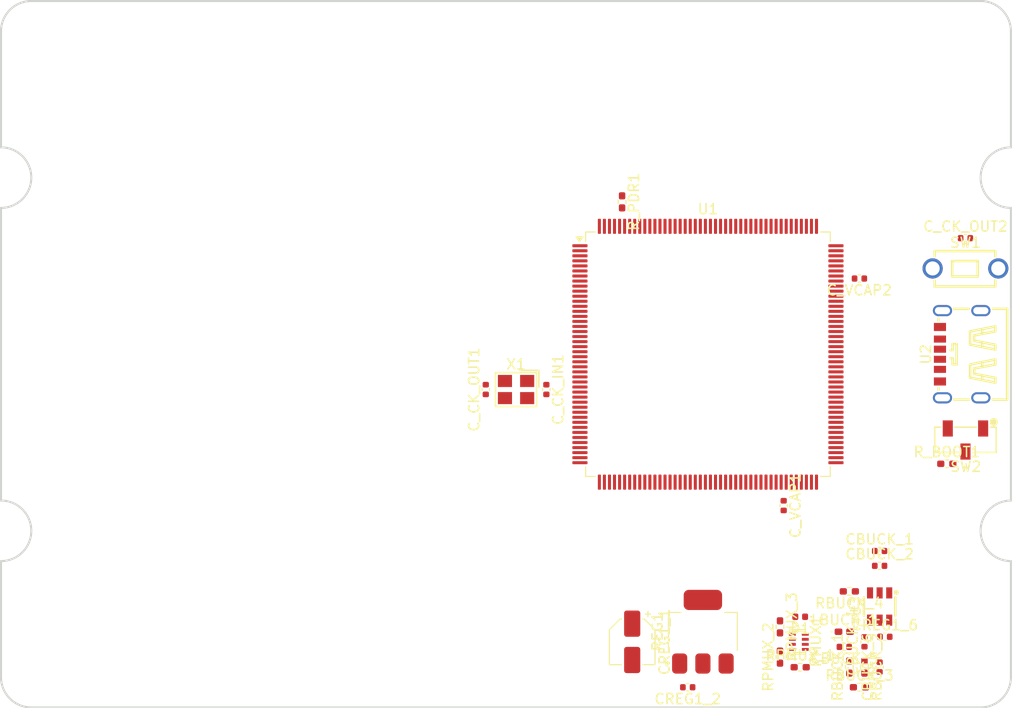
<source format=kicad_pcb>
(kicad_pcb (version 20241229) (generator "pcbnew") (generator_version "9.0")
  (layers (0 "F.Cu" signal) (2 "B.Cu" signal) (13 "F.Paste" user) (15 "B.Paste" user) (5 "F.SilkS" user "F.Silkscreen") (7 "B.SilkS" user "B.Silkscreen") (1 "F.Mask" user) (3 "B.Mask" user) (25 "Edge.Cuts" user))
  (net 0 "")
  (net 1 "/OSC_IN")
  (net 3 "GND")
  (net 16 "+9V")
  (net 18 "/5V_BUCK")
  (net 19 "/V_USB")
  (net 30 "/VDD9")
  (net 31 "/VDD14")
  (net 36 "/VDDA")
  (net 43 "/VDD4")
  (net 44 "/VDD3")
  (net 67 "Net-(CBUCK_6-Pad1)")
  (net 73 "/VDD5")
  (net 78 "/VDD11")
  (net 82 "/VDD6")
  (net 89 "/VDD10")
  (net 104 "/VDD8")
  (net 116 "/FB_BUCK")
  (net 132 "/VDD12")
  (net 140 "/VDD2")
  (net 155 "/VDD1")
  (net 156 "/VDD7")
  (net 160 "Net-(REG1-VO)")
  (net 161 "/VDD13")
  (net 163 "/SW_BUCK")
  (net 171 "/OSC_OUT")
  (net 172 "/BOOT_BUCK")
  (net 173 "/NRST")
  (net 174 "/VCAP1")
  (net 175 "/VCAP2")
  (net 176 "Net-(D1-A)")
  (net 177 "/PMUX_ST")
  (net 178 "+5V")
  (net 179 "/PMUX_PR1")
  (net 180 "VBUS")
  (net 181 "/EN_BUCK")
  (net 182 "Net-(SW2-C)")
  (net 183 "/BOOT")
  (net 184 "+3.3V")
  (net 185 "/PDR")
  (net 186 "/VREF")
  (footprint "XTAL_LIB:CRYSTAL-SMD_4P-L3.2-W2.5-BL" (layer "F.Cu") (at 141 88.5 180)
    (property "Reference" "X1" (at 0 2.5 0) (layer "F.SilkS"))
    (property "Value" "25MHz")
    (fp_line (start 2.0285 1.6785) (end -2.0285 1.6785) (stroke (width 0.1525)) (layer "F.SilkS"))
    (fp_line (start 2.0285 -1.6785) (end 2.0285 1.6785) (stroke (width 0.1525)) (layer "F.SilkS"))
    (fp_line (start -2.0285 1.6785) (end -2.0285 -1.6785) (stroke (width 0.1525)) (layer "F.SilkS"))
    (fp_line (start -2.0285 -1.6785) (end 2.0285 -1.6785) (stroke (width 0.1525)) (layer "F.SilkS"))
    (fp_line (start -2.257 1.907) (end -0.4 1.907) (stroke (width 0.1525)) (layer "F.SilkS"))
    (fp_line (start -2.257 0.25) (end -2.257 1.907) (stroke (width 0.1525)) (layer "F.SilkS"))
    (pad "1" smd rect (at -1.1 0.85 180) (size 1.4 1.2) (layers "F.Cu" "F.Mask" "F.Paste") (net 1 "/OSC_IN"))
    (pad "2" smd rect (at 1.1 0.85 180) (size 1.4 1.2) (layers "F.Cu" "F.Mask" "F.Paste") (net 3 "GND"))
    (pad "3" smd rect (at 1.1 -0.85 180) (size 1.4 1.2) (layers "F.Cu" "F.Mask" "F.Paste") (net 171 "/OSC_OUT"))
    (pad "4" smd rect (at -1.1 -0.85 180) (size 1.4 1.2) (layers "F.Cu" "F.Mask" "F.Paste") (net 3 "GND"))
  )
  (footprint "Resistor_SMD:R_0402_1005Metric_Pad0.72x0.64mm_HandSolder" (layer "F.Cu") (at 169.135 116.015)
    (property "Reference" "RPMUX_1" (at 0 -1.17 0) (layer "F.SilkS"))
    (property "Value" "500k")
    (fp_line (start -0.167621 -0.38) (end 0.167621 -0.38) (stroke (width 0.12)) (layer "F.SilkS"))
    (fp_line (start -0.167621 0.38) (end 0.167621 0.38) (stroke (width 0.12)) (layer "F.SilkS"))
    (pad "1" smd roundrect (at -0.5975 0) (size 0.715 0.64) (layers "F.Cu" "F.Mask" "F.Paste") (net 179 "/PMUX_PR1"))
    (pad "2" smd roundrect (at 0.5975 0) (size 0.715 0.64) (layers "F.Cu" "F.Mask" "F.Paste") (net 18 "/5V_BUCK"))
  )
  (footprint "Capacitor_SMD:C_0402_1005Metric" (layer "F.Cu") (at 144 88.5 -90)
    (property "Reference" "C_CK_IN1" (at 0 -1.16 90) (layer "F.SilkS"))
    (property "Value" "12pF")
    (fp_line (start -0.107836 0.36) (end 0.107836 0.36) (stroke (width 0.12)) (layer "F.SilkS"))
    (fp_line (start -0.107836 -0.36) (end 0.107836 -0.36) (stroke (width 0.12)) (layer "F.SilkS"))
    (pad "1" smd roundrect (at -0.48 0 270) (size 0.56 0.62) (layers "F.Cu" "F.Mask" "F.Paste") (net 1 "/OSC_IN"))
    (pad "2" smd roundrect (at 0.48 0 270) (size 0.56 0.62) (layers "F.Cu" "F.Mask" "F.Paste") (net 3 "GND"))
  )
  (footprint "Resistor_SMD:R_0402_1005Metric_Pad0.72x0.64mm_HandSolder" (layer "F.Cu") (at 167.135 115.015 90)
    (property "Reference" "RPMUX_2" (at 0 -1.17 90) (layer "F.SilkS"))
    (property "Value" "100k")
    (fp_line (start -0.167621 -0.38) (end 0.167621 -0.38) (stroke (width 0.12)) (layer "F.SilkS"))
    (fp_line (start -0.167621 0.38) (end 0.167621 0.38) (stroke (width 0.12)) (layer "F.SilkS"))
    (pad "1" smd roundrect (at -0.5975 0 90) (size 0.715 0.64) (layers "F.Cu" "F.Mask" "F.Paste") (net 3 "GND"))
    (pad "2" smd roundrect (at 0.5975 0 90) (size 0.715 0.64) (layers "F.Cu" "F.Mask" "F.Paste") (net 179 "/PMUX_PR1"))
  )
  (footprint "Diode_SMD:D_0402_1005Metric" (layer "F.Cu") (at 169.135 111.015 180)
    (property "Reference" "D1" (at 0 -1.17 0) (layer "F.SilkS"))
    (property "Value" "LED")
    (fp_circle (center -1.09 0) (end -1.04 0) (stroke (width 0.1)) (fill no) (layer "F.SilkS"))
    (pad "1" smd roundrect (at -0.485 0 180) (size 0.59 0.64) (layers "F.Cu" "F.Mask" "F.Paste") (net 177 "/PMUX_ST"))
    (pad "2" smd roundrect (at 0.485 0 180) (size 0.59 0.64) (layers "F.Cu" "F.Mask" "F.Paste") (net 176 "Net-(D1-A)"))
  )
  (footprint "Capacitor_SMD:C_0402_1005Metric" (layer "F.Cu") (at 175.5 113.5 90)
    (property "Reference" "CBUCK_4" (at 0 -1.16 90) (layer "F.SilkS"))
    (property "Value" "22uF")
    (fp_line (start -0.107836 -0.36) (end 0.107836 -0.36) (stroke (width 0.12)) (layer "F.SilkS"))
    (fp_line (start -0.107836 0.36) (end 0.107836 0.36) (stroke (width 0.12)) (layer "F.SilkS"))
    (pad "1" smd roundrect (at -0.48 0 90) (size 0.56 0.62) (layers "F.Cu" "F.Mask" "F.Paste") (net 18 "/5V_BUCK"))
    (pad "2" smd roundrect (at 0.48 0 90) (size 0.56 0.62) (layers "F.Cu" "F.Mask" "F.Paste") (net 3 "GND"))
  )
  (footprint "Capacitor_SMD:CP_Elec_4x5.3" (layer "F.Cu") (at 152.5 113.5 -90)
    (property "Reference" "CREG1_1" (at 0 -3.2 90) (layer "F.SilkS"))
    (property "Value" "C_Small_US")
    (fp_line (start -1.195563 2.26) (end 2.26 2.26) (stroke (width 0.12)) (layer "F.SilkS"))
    (fp_line (start 2.26 2.26) (end 2.26 1.06) (stroke (width 0.12)) (layer "F.SilkS"))
    (fp_line (start -2.26 1.195563) (end -1.195563 2.26) (stroke (width 0.12)) (layer "F.SilkS"))
    (fp_line (start -2.26 1.195563) (end -2.26 1.06) (stroke (width 0.12)) (layer "F.SilkS"))
    (fp_line (start -2.26 -1.195563) (end -2.26 -1.06) (stroke (width 0.12)) (layer "F.SilkS"))
    (fp_line (start -2.26 -1.195563) (end -1.195563 -2.26) (stroke (width 0.12)) (layer "F.SilkS"))
    (fp_line (start -3 -1.56) (end -2.5 -1.56) (stroke (width 0.12)) (layer "F.SilkS"))
    (fp_line (start -2.75 -1.81) (end -2.75 -1.31) (stroke (width 0.12)) (layer "F.SilkS"))
    (fp_line (start -1.195563 -2.26) (end 2.26 -2.26) (stroke (width 0.12)) (layer "F.SilkS"))
    (fp_line (start 2.26 -2.26) (end 2.26 -1.06) (stroke (width 0.12)) (layer "F.SilkS"))
    (pad "1" smd roundrect (at -1.8 0 270) (size 2.6 1.6) (layers "F.Cu" "F.Mask" "F.Paste") (roundrect_rratio 0.15625) (net 178 "+5V"))
    (pad "2" smd roundrect (at 1.8 0 270) (size 2.6 1.6) (layers "F.Cu" "F.Mask" "F.Paste") (roundrect_rratio 0.15625) (net 3 "GND"))
  )
  (footprint "Capacitor_SMD:C_0402_1005Metric" (layer "F.Cu") (at 185.5 73.5)
    (property "Reference" "C_CK_OUT2" (at 0 -1.16 0) (layer "F.SilkS"))
    (property "Value" "12pF")
    (fp_line (start -0.107836 -0.36) (end 0.107836 -0.36) (stroke (width 0.12)) (layer "F.SilkS"))
    (fp_line (start -0.107836 0.36) (end 0.107836 0.36) (stroke (width 0.12)) (layer "F.SilkS"))
    (pad "1" smd roundrect (at -0.48 0) (size 0.56 0.62) (layers "F.Cu" "F.Mask" "F.Paste") (net 173 "/NRST"))
    (pad "2" smd roundrect (at 0.48 0) (size 0.56 0.62) (layers "F.Cu" "F.Mask" "F.Paste") (net 3 "GND"))
  )
  (footprint "Capacitor_SMD:C_0402_1005Metric" (layer "F.Cu") (at 167.5 100 -90)
    (property "Reference" "C_VCAP1" (at 0 -1.16 90) (layer "F.SilkS"))
    (property "Value" "0.2uF")
    (fp_line (start -0.107836 0.36) (end 0.107836 0.36) (stroke (width 0.12)) (layer "F.SilkS"))
    (fp_line (start -0.107836 -0.36) (end 0.107836 -0.36) (stroke (width 0.12)) (layer "F.SilkS"))
    (pad "1" smd roundrect (at -0.48 0 270) (size 0.56 0.62) (layers "F.Cu" "F.Mask" "F.Paste") (net 174 "/VCAP1"))
    (pad "2" smd roundrect (at 0.48 0 270) (size 0.56 0.62) (layers "F.Cu" "F.Mask" "F.Paste") (net 3 "GND"))
  )
  (footprint "Resistor_SMD:R_0402_1005Metric_Pad0.72x0.64mm_HandSolder" (layer "F.Cu") (at 174 116 90)
    (property "Reference" "RBUCK_1" (at 0 -1.17 90) (layer "F.SilkS"))
    (property "Value" "49.9")
    (fp_line (start -0.167621 -0.38) (end 0.167621 -0.38) (stroke (width 0.12)) (layer "F.SilkS"))
    (fp_line (start -0.167621 0.38) (end 0.167621 0.38) (stroke (width 0.12)) (layer "F.SilkS"))
    (pad "1" smd roundrect (at -0.5975 0 90) (size 0.715 0.64) (layers "F.Cu" "F.Mask" "F.Paste") (net 67 "Net-(CBUCK_6-Pad1)"))
    (pad "2" smd roundrect (at 0.5975 0 90) (size 0.715 0.64) (layers "F.Cu" "F.Mask" "F.Paste") (net 18 "/5V_BUCK"))
  )
  (footprint "Capacitor_SMD:C_0402_1005Metric" (layer "F.Cu") (at 177 116 90)
    (property "Reference" "CBUCK_6" (at 0 -1.16 90) (layer "F.SilkS"))
    (property "Value" "75pF")
    (fp_line (start -0.107836 -0.36) (end 0.107836 -0.36) (stroke (width 0.12)) (layer "F.SilkS"))
    (fp_line (start -0.107836 0.36) (end 0.107836 0.36) (stroke (width 0.12)) (layer "F.SilkS"))
    (pad "1" smd roundrect (at -0.48 0 90) (size 0.56 0.62) (layers "F.Cu" "F.Mask" "F.Paste") (net 67 "Net-(CBUCK_6-Pad1)"))
    (pad "2" smd roundrect (at 0.48 0 90) (size 0.56 0.62) (layers "F.Cu" "F.Mask" "F.Paste") (net 116 "/FB_BUCK"))
  )
  (footprint "PushButton:SW-TH_L6.0-W3.5-P6.50" (layer "F.Cu") (at 185.5 76.5)
    (property "Reference" "SW1" (at 0 -2.549 0) (layer "F.SilkS"))
    (property "Value" "~")
    (fp_line (start -3.048 -1.722) (end -3.048 -1.2145) (stroke (width 0.254)) (layer "F.SilkS"))
    (fp_line (start -3.048 -1.722) (end 2.952 -1.722) (stroke (width 0.254)) (layer "F.SilkS"))
    (fp_line (start -3.048 1.2145) (end -3.048 1.778) (stroke (width 0.254)) (layer "F.SilkS"))
    (fp_line (start -1.318 -0.734) (end 1.222 -0.734) (stroke (width 0.254)) (layer "F.SilkS"))
    (fp_line (start -1.318 0.79) (end -1.318 -0.734) (stroke (width 0.254)) (layer "F.SilkS"))
    (fp_line (start 1.222 -0.734) (end 1.222 0.79) (stroke (width 0.254)) (layer "F.SilkS"))
    (fp_line (start 1.222 0.79) (end -1.318 0.79) (stroke (width 0.254)) (layer "F.SilkS"))
    (fp_line (start 2.952 -1.722) (end 2.952 -1.1945) (stroke (width 0.254)) (layer "F.SilkS"))
    (fp_line (start 2.952 1.1945) (end 2.952 1.778) (stroke (width 0.254)) (layer "F.SilkS"))
    (fp_line (start 2.952 1.778) (end -3.048 1.778) (stroke (width 0.254)) (layer "F.SilkS"))
    (pad "1" thru_hole circle (at -3.25 0) (size 2 2) (drill 1.4) (layers "*.Cu" "*.Mask") (net 173 "/NRST"))
    (pad "2" thru_hole circle (at 3.25 0) (size 2 2) (drill 1.4) (layers "*.Cu" "*.Mask") (net 3 "GND"))
  )
  (footprint "Buck:SOT-23-6_L2.9-W1.6-P0.95-LS2.8-BR" (layer "F.Cu") (at 177 110 90)
    (property "Reference" "U3" (at 0 -2.377 90) (layer "F.SilkS"))
    (property "Value" "TPS54202H")
    (fp_line (start -0.9 -1.55) (end 0.9 -1.55) (stroke (width 0.254)) (layer "F.SilkS"))
    (fp_line (start -0.9 1.55) (end 0.9 1.55) (stroke (width 0.254)) (layer "F.SilkS"))
    (fp_circle (center 1.397 1.651) (end 1.524 1.651) (stroke (width 0.254)) (fill no) (layer "F.SilkS"))
    (pad "1" smd rect (at 1.35 0.95 90) (size 1.1 0.6) (layers "F.Cu" "F.Mask" "F.Paste") (net 3 "GND"))
    (pad "2" smd rect (at 1.35 0 90) (size 1.1 0.6) (layers "F.Cu" "F.Mask" "F.Paste") (net 163 "/SW_BUCK"))
    (pad "3" smd rect (at 1.35 -0.95 90) (size 1.1 0.6) (layers "F.Cu" "F.Mask" "F.Paste") (net 16 "+9V"))
    (pad "4" smd rect (at -1.35 -0.95 90) (size 1.1 0.6) (layers "F.Cu" "F.Mask" "F.Paste") (net 116 "/FB_BUCK"))
    (pad "5" smd rect (at -1.35 0 90) (size 1.1 0.6) (layers "F.Cu" "F.Mask" "F.Paste") (net 181 "/EN_BUCK"))
    (pad "6" smd rect (at -1.35 0.95 90) (size 1.1 0.6) (layers "F.Cu" "F.Mask" "F.Paste") (net 172 "/BOOT_BUCK"))
  )
  (footprint "Resistor_SMD:R_0402_1005Metric_Pad0.72x0.64mm_HandSolder" (layer "F.Cu") (at 183.6525 95.857)
    (property "Reference" "R_BOOT1" (at 0 -1.17 0) (layer "F.SilkS"))
    (property "Value" "10k")
    (fp_line (start -0.167621 -0.38) (end 0.167621 -0.38) (stroke (width 0.12)) (layer "F.SilkS"))
    (fp_line (start -0.167621 0.38) (end 0.167621 0.38) (stroke (width 0.12)) (layer "F.SilkS"))
    (pad "1" smd roundrect (at -0.5975 0) (size 0.715 0.64) (layers "F.Cu" "F.Mask" "F.Paste") (net 183 "/BOOT"))
    (pad "2" smd roundrect (at 0.5975 0) (size 0.715 0.64) (layers "F.Cu" "F.Mask" "F.Paste") (net 182 "Net-(SW2-C)"))
  )
  (footprint "Package_TO_SOT_SMD:SOT-223" (layer "F.Cu") (at 159.5 112.5 90)
    (property "Reference" "REG1" (at 0 -4.5 90) (layer "F.SilkS"))
    (property "Value" "TLV1117-33CDCYR")
    (fp_line (start 1.91 -3.41) (end 1.91 -2.15) (stroke (width 0.12)) (layer "F.SilkS"))
    (fp_line (start -1.85 -3.41) (end 1.91 -3.41) (stroke (width 0.12)) (layer "F.SilkS"))
    (fp_line (start 1.91 3.41) (end 1.91 2.15) (stroke (width 0.12)) (layer "F.SilkS"))
    (fp_line (start -1.85 3.41) (end 1.91 3.41) (stroke (width 0.12)) (layer "F.SilkS"))
    (fp_poly (pts (xy -3.13 -3.31) (xy -3.37 -3.64) (xy -2.89 -3.64) (xy -3.13 -3.31)) (stroke (width 0.12)) (fill yes) (layer "F.SilkS"))
    (pad "1" smd roundrect (at -3.15 -2.3 90) (size 2 1.5) (layers "F.Cu" "F.Mask" "F.Paste") (net 3 "GND"))
    (pad "2" smd roundrect (at -3.15 0 90) (size 2 1.5) (layers "F.Cu" "F.Mask" "F.Paste") (net 160 "Net-(REG1-VO)"))
    (pad "3" smd roundrect (at -3.15 2.3 90) (size 2 1.5) (layers "F.Cu" "F.Mask" "F.Paste") (net 178 "+5V"))
    (pad "4" smd roundrect (at 3.15 0 90) (size 2 3.8) (layers "F.Cu" "F.Mask" "F.Paste"))
  )
  (footprint "PowerMux:SOT-583-8_L2.1-W1.2-P0.50-LS1.6-BL" (layer "F.Cu") (at 169 113.5 -90)
    (property "Reference" "PMUX1" (at -0.04 -1.68 90) (layer "F.SilkS"))
    (property "Value" "~")
    (fp_line (start 1.143 0.508) (end 1.143 -0.508) (stroke (width 0.254)) (layer "F.SilkS"))
    (fp_line (start -1.143 -0.508) (end -1.143 0.508) (stroke (width 0.254)) (layer "F.SilkS"))
    (fp_circle (center -1.2 0.85) (end -1.125 0.85) (stroke (width 0.15)) (fill no) (layer "F.SilkS"))
    (pad "1" smd rect (at -0.75 0.64 270) (size 0.28 0.68) (layers "F.Cu" "F.Mask" "F.Paste") (net 3 "GND"))
    (pad "2" smd rect (at -0.25 0.64 270) (size 0.28 0.68) (layers "F.Cu" "F.Mask" "F.Paste") (net 178 "+5V"))
    (pad "3" smd rect (at 0.25 0.64 270) (size 0.28 0.68) (layers "F.Cu" "F.Mask" "F.Paste") (net 18 "/5V_BUCK"))
    (pad "4" smd rect (at 0.75 0.64 270) (size 0.28 0.68) (layers "F.Cu" "F.Mask" "F.Paste") (net 179 "/PMUX_PR1"))
    (pad "5" smd rect (at 0.75 -0.64 270) (size 0.28 0.68) (layers "F.Cu" "F.Mask" "F.Paste") (net 18 "/5V_BUCK"))
    (pad "6" smd rect (at 0.25 -0.64 270) (size 0.28 0.68) (layers "F.Cu" "F.Mask" "F.Paste") (net 180 "VBUS"))
    (pad "7" smd rect (at -0.25 -0.64 270) (size 0.28 0.68) (layers "F.Cu" "F.Mask" "F.Paste") (net 178 "+5V"))
    (pad "8" smd rect (at -0.75 -0.64 270) (size 0.28 0.68) (layers "F.Cu" "F.Mask" "F.Paste") (net 177 "/PMUX_ST"))
  )
  (footprint "EasyEDA_Lib:TYPE-C-SMD_TYPE-C-6P" (layer "F.Cu") (at 185 85 90)
    (property "Reference" "U2" (at 0 -3.425 90) (layer "F.SilkS"))
    (property "Value" "~")
    (fp_line (start 3.329 -2.175) (end 3.541 -2.175) (stroke (width 0.25)) (layer "F.SilkS"))
    (fp_line (start -3.541 -2.175) (end -3.329 -2.175) (stroke (width 0.25)) (layer "F.SilkS"))
    (fp_line (start 1 -0.775) (end 0.4 -0.775) (stroke (width 0.25)) (layer "F.SilkS"))
    (fp_line (start 0.4 -0.775) (end 0.4 -0.975) (stroke (width 0.25)) (layer "F.SilkS"))
    (fp_line (start -0.4 -0.775) (end -0.4 -0.975) (stroke (width 0.25)) (layer "F.SilkS"))
    (fp_line (start -1 -0.775) (end -0.4 -0.775) (stroke (width 0.25)) (layer "F.SilkS"))
    (fp_line (start -4.5 -0.575) (end -4.5 -0.617) (stroke (width 0.25)) (layer "F.SilkS"))
    (fp_line (start -4.5 -0.575) (end -4.5 0.8675) (stroke (width 0.25)) (layer "F.SilkS"))
    (fp_line (start 1 -0.375) (end 1 -0.775) (stroke (width 0.25)) (layer "F.SilkS"))
    (fp_line (start -1 -0.375) (end -1 -0.775) (stroke (width 0.25)) (layer "F.SilkS"))
    (fp_line (start -1.01 -0.375) (end 1.01 -0.375) (stroke (width 0.25)) (layer "F.SilkS"))
    (fp_line (start 4.5 0.825) (end 4.5 -0.625) (stroke (width 0.25)) (layer "F.SilkS"))
    (fp_line (start 2.2575 0.951) (end 2.758 3.453) (stroke (width 0.254)) (layer "F.SilkS"))
    (fp_line (start 0.957 0.951) (end 2.2575 0.951) (stroke (width 0.254)) (layer "F.SilkS"))
    (fp_line (start -1.0195 0.9565) (end -0.519 3.458) (stroke (width 0.254)) (layer "F.SilkS"))
    (fp_line (start -2.32 0.9565) (end -1.0195 0.9565) (stroke (width 0.254)) (layer "F.SilkS"))
    (fp_line (start 1.8635 1.3525) (end 1.3355 1.3525) (stroke (width 0.254)) (layer "F.SilkS"))
    (fp_line (start 1.3355 1.3525) (end 0.934 3.453) (stroke (width 0.254)) (layer "F.SilkS"))
    (fp_line (start -1.413 1.3575) (end -1.9415 1.3575) (stroke (width 0.254)) (layer "F.SilkS"))
    (fp_line (start -1.9415 1.3575) (end -2.3425 3.458) (stroke (width 0.254)) (layer "F.SilkS"))
    (fp_line (start 2.058 2.1525) (end 2.458 2.1525) (stroke (width 0.254)) (layer "F.SilkS"))
    (fp_line (start 0.759 2.1525) (end 1.1575 2.1525) (stroke (width 0.254)) (layer "F.SilkS"))
    (fp_line (start -1.2185 2.1575) (end -0.8185 2.1575) (stroke (width 0.254)) (layer "F.SilkS"))
    (fp_line (start -2.518 2.1575) (end -2.119 2.1575) (stroke (width 0.254)) (layer "F.SilkS"))
    (fp_line (start -4.501 3.2035) (end -4.501 4.6255) (stroke (width 0.25)) (layer "F.SilkS"))
    (fp_line (start -4.501 3.226) (end -4.501 3.2035) (stroke (width 0.25)) (layer "F.SilkS"))
    (fp_line (start 2.758 3.453) (end 2.2625 3.453) (stroke (width 0.254)) (layer "F.SilkS"))
    (fp_line (start 2.2625 3.453) (end 1.8635 1.3525) (stroke (width 0.254)) (layer "F.SilkS"))
    (fp_line (start 0.934 3.453) (end 0.459 3.453) (stroke (width 0.254)) (layer "F.SilkS"))
    (fp_line (start 0.459 3.453) (end 0.957 0.951) (stroke (width 0.254)) (layer "F.SilkS"))
    (fp_line (start -0.519 3.458) (end -1.0145 3.458) (stroke (width 0.254)) (layer "F.SilkS"))
    (fp_line (start -1.0145 3.458) (end -1.413 1.3575) (stroke (width 0.254)) (layer "F.SilkS"))
    (fp_line (start -2.3425 3.458) (end -2.8175 3.458) (stroke (width 0.254)) (layer "F.SilkS"))
    (fp_line (start -2.8175 3.458) (end -2.32 0.9565) (stroke (width 0.254)) (layer "F.SilkS"))
    (fp_line (start 4.501 4.6255) (end 4.501 3.226) (stroke (width 0.25)) (layer "F.SilkS"))
    (fp_line (start -4.501 4.6255) (end 4.501 4.6255) (stroke (width 0.25)) (layer "F.SilkS"))
    (pad "7" thru_hole oval (at -4.32 -1.775 90) (size 1.1 1.9) (drill oval 0.7 1.5) (layers "*.Cu" "*.Mask"))
    (pad "7" thru_hole oval (at -4.32 2.025 90) (size 1.1 1.9) (drill oval 0.7 1.5) (layers "*.Cu" "*.Mask"))
    (pad "7" thru_hole oval (at 4.32 -1.775 90) (size 1.1 1.9) (drill oval 0.7 1.5) (layers "*.Cu" "*.Mask"))
    (pad "7" thru_hole oval (at 4.32 2.025 90) (size 1.1 1.9) (drill oval 0.7 1.5) (layers "*.Cu" "*.Mask"))
    (pad "A5" smd rect (at -0.5 -2.025 90) (size 0.7 1.2) (layers "F.Cu" "F.Mask" "F.Paste"))
    (pad "A9" smd rect (at 1.5 -2.025 90) (size 0.7 1.2) (layers "F.Cu" "F.Mask" "F.Paste"))
    (pad "A12" smd rect (at 2.7 -2.025 90) (size 0.8 1.2) (layers "F.Cu" "F.Mask" "F.Paste"))
    (pad "B5" smd rect (at 0.5 -2.025 90) (size 0.7 1.2) (layers "F.Cu" "F.Mask" "F.Paste"))
    (pad "B9" smd rect (at -1.5 -2.025 90) (size 0.7 1.2) (layers "F.Cu" "F.Mask" "F.Paste"))
    (pad "B12" smd rect (at -2.7 -2.025 90) (size 0.8 1.2) (layers "F.Cu" "F.Mask" "F.Paste"))
  )
  (footprint "Capacitor_SMD:C_0402_1005Metric" (layer "F.Cu") (at 173.5 114 180)
    (property "Reference" "CBUCK_5" (at 0 -1.16 0) (layer "F.SilkS"))
    (property "Value" "22uF")
    (fp_line (start -0.107836 0.36) (end 0.107836 0.36) (stroke (width 0.12)) (layer "F.SilkS"))
    (fp_line (start -0.107836 -0.36) (end 0.107836 -0.36) (stroke (width 0.12)) (layer "F.SilkS"))
    (pad "1" smd roundrect (at -0.48 0 180) (size 0.56 0.62) (layers "F.Cu" "F.Mask" "F.Paste") (net 18 "/5V_BUCK"))
    (pad "2" smd roundrect (at 0.48 0 180) (size 0.56 0.62) (layers "F.Cu" "F.Mask" "F.Paste") (net 3 "GND"))
  )
  (footprint "Capacitor_SMD:C_0402_1005Metric" (layer "F.Cu") (at 177 104.5)
    (property "Reference" "CBUCK_1" (at 0 -1.16 0) (layer "F.SilkS"))
    (property "Value" "10uF")
    (fp_line (start -0.107836 -0.36) (end 0.107836 -0.36) (stroke (width 0.12)) (layer "F.SilkS"))
    (fp_line (start -0.107836 0.36) (end 0.107836 0.36) (stroke (width 0.12)) (layer "F.SilkS"))
    (pad "1" smd roundrect (at -0.48 0) (size 0.56 0.62) (layers "F.Cu" "F.Mask" "F.Paste") (net 16 "+9V"))
    (pad "2" smd roundrect (at 0.48 0) (size 0.56 0.62) (layers "F.Cu" "F.Mask" "F.Paste") (net 3 "GND"))
  )
  (footprint "Diode_SMD:D_0402_1005Metric_Pad0.77x0.64mm_HandSolder" (layer "F.Cu") (at 173.5 112.5)
    (property "Reference" "LBUCK_1" (at 0 -1.17 0) (layer "F.SilkS"))
    (property "Value" "15uH")
    (fp_circle (center -1.265 0) (end -1.215 0) (stroke (width 0.1)) (fill no) (layer "F.SilkS"))
    (pad "1" smd roundrect (at -0.5725 0) (size 0.765 0.64) (layers "F.Cu" "F.Mask" "F.Paste") (net 163 "/SW_BUCK"))
    (pad "2" smd roundrect (at 0.5725 0) (size 0.765 0.64) (layers "F.Cu" "F.Mask" "F.Paste") (net 18 "/5V_BUCK"))
  )
  (footprint "Resistor_SMD:R_0402_1005Metric_Pad0.72x0.64mm_HandSolder" (layer "F.Cu") (at 175.5 116 -90)
    (property "Reference" "RBUCK_2" (at 0 -1.17 90) (layer "F.SilkS"))
    (property "Value" "100k")
    (fp_line (start -0.167621 0.38) (end 0.167621 0.38) (stroke (width 0.12)) (layer "F.SilkS"))
    (fp_line (start -0.167621 -0.38) (end 0.167621 -0.38) (stroke (width 0.12)) (layer "F.SilkS"))
    (pad "1" smd roundrect (at -0.5975 0 270) (size 0.715 0.64) (layers "F.Cu" "F.Mask" "F.Paste") (net 116 "/FB_BUCK"))
    (pad "2" smd roundrect (at 0.5975 0 270) (size 0.715 0.64) (layers "F.Cu" "F.Mask" "F.Paste") (net 67 "Net-(CBUCK_6-Pad1)"))
  )
  (footprint "Capacitor_SMD:C_0402_1005Metric" (layer "F.Cu") (at 158 118 180)
    (property "Reference" "CREG1_2" (at 0 -1.16 0) (layer "F.SilkS"))
    (property "Value" "1uF")
    (fp_line (start -0.107836 0.36) (end 0.107836 0.36) (stroke (width 0.12)) (layer "F.SilkS"))
    (fp_line (start -0.107836 -0.36) (end 0.107836 -0.36) (stroke (width 0.12)) (layer "F.SilkS"))
    (pad "1" smd roundrect (at -0.48 0 180) (size 0.56 0.62) (layers "F.Cu" "F.Mask" "F.Paste") (net 160 "Net-(REG1-VO)"))
    (pad "2" smd roundrect (at 0.48 0 180) (size 0.56 0.62) (layers "F.Cu" "F.Mask" "F.Paste") (net 3 "GND"))
  )
  (footprint "Capacitor_SMD:C_0402_1005Metric" (layer "F.Cu") (at 177.52 113)
    (property "Reference" "CREG1_6" (at 0 -1.16 0) (layer "F.SilkS"))
    (property "Value" "1uF")
    (fp_line (start -0.107836 -0.36) (end 0.107836 -0.36) (stroke (width 0.12)) (layer "F.SilkS"))
    (fp_line (start -0.107836 0.36) (end 0.107836 0.36) (stroke (width 0.12)) (layer "F.SilkS"))
    (pad "1" smd roundrect (at -0.48 0) (size 0.56 0.62) (layers "F.Cu" "F.Mask" "F.Paste") (net 163 "/SW_BUCK"))
    (pad "2" smd roundrect (at 0.48 0) (size 0.56 0.62) (layers "F.Cu" "F.Mask" "F.Paste") (net 172 "/BOOT_BUCK"))
  )
  (footprint "Capacitor_SMD:C_0402_1005Metric" (layer "F.Cu") (at 138 88.5 90)
    (property "Reference" "C_CK_OUT1" (at 0 -1.16 90) (layer "F.SilkS"))
    (property "Value" "12pF")
    (fp_line (start -0.107836 -0.36) (end 0.107836 -0.36) (stroke (width 0.12)) (layer "F.SilkS"))
    (fp_line (start -0.107836 0.36) (end 0.107836 0.36) (stroke (width 0.12)) (layer "F.SilkS"))
    (pad "1" smd roundrect (at -0.48 0 90) (size 0.56 0.62) (layers "F.Cu" "F.Mask" "F.Paste") (net 171 "/OSC_OUT"))
    (pad "2" smd roundrect (at 0.48 0 90) (size 0.56 0.62) (layers "F.Cu" "F.Mask" "F.Paste") (net 3 "GND"))
  )
  (footprint "Resistor_SMD:R_0402_1005Metric_Pad0.72x0.64mm_HandSolder" (layer "F.Cu") (at 151.5 69.9025 -90)
    (property "Reference" "R_PDR1" (at 0 -1.17 90) (layer "F.SilkS"))
    (property "Value" "10k")
    (fp_line (start -0.167621 0.38) (end 0.167621 0.38) (stroke (width 0.12)) (layer "F.SilkS"))
    (fp_line (start -0.167621 -0.38) (end 0.167621 -0.38) (stroke (width 0.12)) (layer "F.SilkS"))
    (pad "1" smd roundrect (at -0.5975 0 270) (size 0.715 0.64) (layers "F.Cu" "F.Mask" "F.Paste") (net 184 "+3.3V"))
    (pad "2" smd roundrect (at 0.5975 0 270) (size 0.715 0.64) (layers "F.Cu" "F.Mask" "F.Paste") (net 185 "/PDR"))
  )
  (footprint "Resistor_SMD:R_0402_1005Metric_Pad0.72x0.64mm_HandSolder" (layer "F.Cu") (at 174 108.5 180)
    (property "Reference" "RBUCK_4" (at 0 -1.17 0) (layer "F.SilkS"))
    (property "Value" "510k")
    (fp_line (start -0.167621 0.38) (end 0.167621 0.38) (stroke (width 0.12)) (layer "F.SilkS"))
    (fp_line (start -0.167621 -0.38) (end 0.167621 -0.38) (stroke (width 0.12)) (layer "F.SilkS"))
    (pad "1" smd roundrect (at -0.5975 0 180) (size 0.715 0.64) (layers "F.Cu" "F.Mask" "F.Paste") (net 16 "+9V"))
    (pad "2" smd roundrect (at 0.5975 0 180) (size 0.715 0.64) (layers "F.Cu" "F.Mask" "F.Paste") (net 181 "/EN_BUCK"))
  )
  (footprint "Resistor_SMD:R_0402_1005Metric_Pad0.72x0.64mm_HandSolder" (layer "F.Cu") (at 167.135 112.015 -90)
    (property "Reference" "RPMUX_3" (at 0 -1.17 90) (layer "F.SilkS"))
    (property "Value" "10k")
    (fp_line (start -0.167621 0.38) (end 0.167621 0.38) (stroke (width 0.12)) (layer "F.SilkS"))
    (fp_line (start -0.167621 -0.38) (end 0.167621 -0.38) (stroke (width 0.12)) (layer "F.SilkS"))
    (pad "1" smd roundrect (at -0.5975 0 270) (size 0.715 0.64) (layers "F.Cu" "F.Mask" "F.Paste") (net 176 "Net-(D1-A)"))
    (pad "2" smd roundrect (at 0.5975 0 270) (size 0.715 0.64) (layers "F.Cu" "F.Mask" "F.Paste") (net 18 "/5V_BUCK"))
  )
  (footprint "Resistor_SMD:R_0402_1005Metric_Pad0.72x0.64mm_HandSolder" (layer "F.Cu") (at 175 118)
    (property "Reference" "RBUCK_3" (at 0 -1.17 0) (layer "F.SilkS"))
    (property "Value" "13.3k")
    (fp_line (start -0.167621 -0.38) (end 0.167621 -0.38) (stroke (width 0.12)) (layer "F.SilkS"))
    (fp_line (start -0.167621 0.38) (end 0.167621 0.38) (stroke (width 0.12)) (layer "F.SilkS"))
    (pad "1" smd roundrect (at -0.5975 0) (size 0.715 0.64) (layers "F.Cu" "F.Mask" "F.Paste") (net 3 "GND"))
    (pad "2" smd roundrect (at 0.5975 0) (size 0.715 0.64) (layers "F.Cu" "F.Mask" "F.Paste") (net 116 "/FB_BUCK"))
  )
  (footprint "DIPswitch:SW-SMD_CJS-1201A" (layer "F.Cu") (at 185.5 93.5 180)
    (property "Reference" "SW2" (at -0.0355 -2.643 0) (layer "F.SilkS"))
    (property "Value" "~")
    (fp_line (start 3.048 1.27) (end 3.048 -1.23) (stroke (width 0.15)) (layer "F.SilkS"))
    (fp_line (start 3.048 -1.23) (end 0.679 -1.23) (stroke (width 0.15)) (layer "F.SilkS"))
    (fp_line (start 2.429 1.27) (end 3.048 1.27) (stroke (width 0.15)) (layer "F.SilkS"))
    (fp_line (start -0.679 -1.23) (end -3.048 -1.23) (stroke (width 0.15)) (layer "F.SilkS"))
    (fp_line (start -1.071 1.27) (end 1.0705 1.27) (stroke (width 0.15)) (layer "F.SilkS"))
    (fp_line (start -3.048 1.27) (end -2.4295 1.27) (stroke (width 0.15)) (layer "F.SilkS"))
    (fp_line (start -3.048 1.27) (end -3.048 -1.23) (stroke (width 0.15)) (layer "F.SilkS"))
    (fp_circle (center -2.794 1.778) (end -2.594 1.778) (stroke (width 0.4)) (fill no) (layer "F.SilkS"))
    (pad "1" smd rect (at -1.75 1.143 180) (size 1 1.6) (layers "F.Cu" "F.Mask" "F.Paste") (net 184 "+3.3V"))
    (pad "2" smd rect (at 0 -1.143 180) (size 1 1.6) (layers "F.Cu" "F.Mask" "F.Paste") (net 182 "Net-(SW2-C)"))
    (pad "3" smd rect (at 1.75 1.143 180) (size 1 1.6) (layers "F.Cu" "F.Mask" "F.Paste") (net 3 "GND"))
  )
  (footprint "Capacitor_SMD:C_0402_1005Metric" (layer "F.Cu") (at 175 77.5 180)
    (property "Reference" "C_VCAP2" (at 0 -1.16 0) (layer "F.SilkS"))
    (property "Value" "0.2uF")
    (fp_line (start -0.107836 0.36) (end 0.107836 0.36) (stroke (width 0.12)) (layer "F.SilkS"))
    (fp_line (start -0.107836 -0.36) (end 0.107836 -0.36) (stroke (width 0.12)) (layer "F.SilkS"))
    (pad "1" smd roundrect (at -0.48 0 180) (size 0.56 0.62) (layers "F.Cu" "F.Mask" "F.Paste") (net 175 "/VCAP2"))
    (pad "2" smd roundrect (at 0.48 0 180) (size 0.56 0.62) (layers "F.Cu" "F.Mask" "F.Paste") (net 3 "GND"))
  )
  (footprint "Package_QFP:LQFP-176_24x24mm_P0.5mm" (layer "F.Cu") (at 160 85)
    (property "Reference" "U1" (at 0 -14.38 0) (layer "F.SilkS"))
    (property "Value" "STM32H743IITx")
    (fp_line (start -12.11 -12.11) (end -12.11 -11.16) (stroke (width 0.12)) (layer "F.SilkS"))
    (fp_line (start -12.11 12.11) (end -12.11 11.16) (stroke (width 0.12)) (layer "F.SilkS"))
    (fp_line (start -11.16 -12.11) (end -12.11 -12.11) (stroke (width 0.12)) (layer "F.SilkS"))
    (fp_line (start -11.16 12.11) (end -12.11 12.11) (stroke (width 0.12)) (layer "F.SilkS"))
    (fp_line (start 11.16 -12.11) (end 12.11 -12.11) (stroke (width 0.12)) (layer "F.SilkS"))
    (fp_line (start 11.16 12.11) (end 12.11 12.11) (stroke (width 0.12)) (layer "F.SilkS"))
    (fp_line (start 12.11 -12.11) (end 12.11 -11.16) (stroke (width 0.12)) (layer "F.SilkS"))
    (fp_line (start 12.11 12.11) (end 12.11 11.16) (stroke (width 0.12)) (layer "F.SilkS"))
    (fp_poly (pts (xy -12.7125 -11.16) (xy -13.0525 -11.63) (xy -12.3725 -11.63)) (stroke (width 0.12)) (fill yes) (layer "F.SilkS"))
    (pad "1" smd roundrect (at -12.675 -10.75) (size 1.5 0.3) (layers "F.Cu" "F.Mask" "F.Paste"))
    (pad "2" smd roundrect (at -12.675 -10.25) (size 1.5 0.3) (layers "F.Cu" "F.Mask" "F.Paste"))
    (pad "3" smd roundrect (at -12.675 -9.75) (size 1.5 0.3) (layers "F.Cu" "F.Mask" "F.Paste"))
    (pad "4" smd roundrect (at -12.675 -9.25) (size 1.5 0.3) (layers "F.Cu" "F.Mask" "F.Paste"))
    (pad "5" smd roundrect (at -12.675 -8.75) (size 1.5 0.3) (layers "F.Cu" "F.Mask" "F.Paste"))
    (pad "6" smd roundrect (at -12.675 -8.25) (size 1.5 0.3) (layers "F.Cu" "F.Mask" "F.Paste"))
    (pad "7" smd roundrect (at -12.675 -7.75) (size 1.5 0.3) (layers "F.Cu" "F.Mask" "F.Paste"))
    (pad "8" smd roundrect (at -12.675 -7.25) (size 1.5 0.3) (layers "F.Cu" "F.Mask" "F.Paste"))
    (pad "9" smd roundrect (at -12.675 -6.75) (size 1.5 0.3) (layers "F.Cu" "F.Mask" "F.Paste"))
    (pad "10" smd roundrect (at -12.675 -6.25) (size 1.5 0.3) (layers "F.Cu" "F.Mask" "F.Paste"))
    (pad "11" smd roundrect (at -12.675 -5.75) (size 1.5 0.3) (layers "F.Cu" "F.Mask" "F.Paste"))
    (pad "12" smd roundrect (at -12.675 -5.25) (size 1.5 0.3) (layers "F.Cu" "F.Mask" "F.Paste"))
    (pad "13" smd roundrect (at -12.675 -4.75) (size 1.5 0.3) (layers "F.Cu" "F.Mask" "F.Paste"))
    (pad "14" smd roundrect (at -12.675 -4.25) (size 1.5 0.3) (layers "F.Cu" "F.Mask" "F.Paste") (net 3 "GND"))
    (pad "15" smd roundrect (at -12.675 -3.75) (size 1.5 0.3) (layers "F.Cu" "F.Mask" "F.Paste") (net 155 "/VDD1"))
    (pad "16" smd roundrect (at -12.675 -3.25) (size 1.5 0.3) (layers "F.Cu" "F.Mask" "F.Paste"))
    (pad "17" smd roundrect (at -12.675 -2.75) (size 1.5 0.3) (layers "F.Cu" "F.Mask" "F.Paste"))
    (pad "18" smd roundrect (at -12.675 -2.25) (size 1.5 0.3) (layers "F.Cu" "F.Mask" "F.Paste"))
    (pad "19" smd roundrect (at -12.675 -1.75) (size 1.5 0.3) (layers "F.Cu" "F.Mask" "F.Paste"))
    (pad "20" smd roundrect (at -12.675 -1.25) (size 1.5 0.3) (layers "F.Cu" "F.Mask" "F.Paste"))
    (pad "21" smd roundrect (at -12.675 -0.75) (size 1.5 0.3) (layers "F.Cu" "F.Mask" "F.Paste"))
    (pad "22" smd roundrect (at -12.675 -0.25) (size 1.5 0.3) (layers "F.Cu" "F.Mask" "F.Paste") (net 3 "GND"))
    (pad "23" smd roundrect (at -12.675 0.25) (size 1.5 0.3) (layers "F.Cu" "F.Mask" "F.Paste") (net 140 "/VDD2"))
    (pad "24" smd roundrect (at -12.675 0.75) (size 1.5 0.3) (layers "F.Cu" "F.Mask" "F.Paste"))
    (pad "25" smd roundrect (at -12.675 1.25) (size 1.5 0.3) (layers "F.Cu" "F.Mask" "F.Paste"))
    (pad "26" smd roundrect (at -12.675 1.75) (size 1.5 0.3) (layers "F.Cu" "F.Mask" "F.Paste"))
    (pad "27" smd roundrect (at -12.675 2.25) (size 1.5 0.3) (layers "F.Cu" "F.Mask" "F.Paste"))
    (pad "28" smd roundrect (at -12.675 2.75) (size 1.5 0.3) (layers "F.Cu" "F.Mask" "F.Paste"))
    (pad "29" smd roundrect (at -12.675 3.25) (size 1.5 0.3) (layers "F.Cu" "F.Mask" "F.Paste") (net 1 "/OSC_IN"))
    (pad "30" smd roundrect (at -12.675 3.75) (size 1.5 0.3) (layers "F.Cu" "F.Mask" "F.Paste") (net 171 "/OSC_OUT"))
    (pad "31" smd roundrect (at -12.675 4.25) (size 1.5 0.3) (layers "F.Cu" "F.Mask" "F.Paste") (net 173 "/NRST"))
    (pad "32" smd roundrect (at -12.675 4.75) (size 1.5 0.3) (layers "F.Cu" "F.Mask" "F.Paste"))
    (pad "33" smd roundrect (at -12.675 5.25) (size 1.5 0.3) (layers "F.Cu" "F.Mask" "F.Paste"))
    (pad "34" smd roundrect (at -12.675 5.75) (size 1.5 0.3) (layers "F.Cu" "F.Mask" "F.Paste"))
    (pad "35" smd roundrect (at -12.675 6.25) (size 1.5 0.3) (layers "F.Cu" "F.Mask" "F.Paste"))
    (pad "36" smd roundrect (at -12.675 6.75) (size 1.5 0.3) (layers "F.Cu" "F.Mask" "F.Paste") (net 44 "/VDD3"))
    (pad "37" smd roundrect (at -12.675 7.25) (size 1.5 0.3) (layers "F.Cu" "F.Mask" "F.Paste") (net 3 "GND"))
    (pad "38" smd roundrect (at -12.675 7.75) (size 1.5 0.3) (layers "F.Cu" "F.Mask" "F.Paste") (net 186 "/VREF"))
    (pad "39" smd roundrect (at -12.675 8.25) (size 1.5 0.3) (layers "F.Cu" "F.Mask" "F.Paste") (net 36 "/VDDA"))
    (pad "40" smd roundrect (at -12.675 8.75) (size 1.5 0.3) (layers "F.Cu" "F.Mask" "F.Paste"))
    (pad "41" smd roundrect (at -12.675 9.25) (size 1.5 0.3) (layers "F.Cu" "F.Mask" "F.Paste"))
    (pad "42" smd roundrect (at -12.675 9.75) (size 1.5 0.3) (layers "F.Cu" "F.Mask" "F.Paste"))
    (pad "43" smd roundrect (at -12.675 10.25) (size 1.5 0.3) (layers "F.Cu" "F.Mask" "F.Paste"))
    (pad "44" smd roundrect (at -12.675 10.75) (size 1.5 0.3) (layers "F.Cu" "F.Mask" "F.Paste"))
    (pad "45" smd roundrect (at -10.75 12.675) (size 0.3 1.5) (layers "F.Cu" "F.Mask" "F.Paste"))
    (pad "46" smd roundrect (at -10.25 12.675) (size 0.3 1.5) (layers "F.Cu" "F.Mask" "F.Paste"))
    (pad "47" smd roundrect (at -9.75 12.675) (size 0.3 1.5) (layers "F.Cu" "F.Mask" "F.Paste"))
    (pad "48" smd roundrect (at -9.25 12.675) (size 0.3 1.5) (layers "F.Cu" "F.Mask" "F.Paste") (net 3 "GND"))
    (pad "49" smd roundrect (at -8.75 12.675) (size 0.3 1.5) (layers "F.Cu" "F.Mask" "F.Paste") (net 43 "/VDD4"))
    (pad "50" smd roundrect (at -8.25 12.675) (size 0.3 1.5) (layers "F.Cu" "F.Mask" "F.Paste"))
    (pad "51" smd roundrect (at -7.75 12.675) (size 0.3 1.5) (layers "F.Cu" "F.Mask" "F.Paste"))
    (pad "52" smd roundrect (at -7.25 12.675) (size 0.3 1.5) (layers "F.Cu" "F.Mask" "F.Paste"))
    (pad "53" smd roundrect (at -6.75 12.675) (size 0.3 1.5) (layers "F.Cu" "F.Mask" "F.Paste"))
    (pad "54" smd roundrect (at -6.25 12.675) (size 0.3 1.5) (layers "F.Cu" "F.Mask" "F.Paste"))
    (pad "55" smd roundrect (at -5.75 12.675) (size 0.3 1.5) (layers "F.Cu" "F.Mask" "F.Paste"))
    (pad "56" smd roundrect (at -5.25 12.675) (size 0.3 1.5) (layers "F.Cu" "F.Mask" "F.Paste"))
    (pad "57" smd roundrect (at -4.75 12.675) (size 0.3 1.5) (layers "F.Cu" "F.Mask" "F.Paste"))
    (pad "58" smd roundrect (at -4.25 12.675) (size 0.3 1.5) (layers "F.Cu" "F.Mask" "F.Paste"))
    (pad "59" smd roundrect (at -3.75 12.675) (size 0.3 1.5) (layers "F.Cu" "F.Mask" "F.Paste"))
    (pad "60" smd roundrect (at -3.25 12.675) (size 0.3 1.5) (layers "F.Cu" "F.Mask" "F.Paste"))
    (pad "61" smd roundrect (at -2.75 12.675) (size 0.3 1.5) (layers "F.Cu" "F.Mask" "F.Paste") (net 3 "GND"))
    (pad "62" smd roundrect (at -2.25 12.675) (size 0.3 1.5) (layers "F.Cu" "F.Mask" "F.Paste") (net 73 "/VDD5"))
    (pad "63" smd roundrect (at -1.75 12.675) (size 0.3 1.5) (layers "F.Cu" "F.Mask" "F.Paste"))
    (pad "64" smd roundrect (at -1.25 12.675) (size 0.3 1.5) (layers "F.Cu" "F.Mask" "F.Paste"))
    (pad "65" smd roundrect (at -0.75 12.675) (size 0.3 1.5) (layers "F.Cu" "F.Mask" "F.Paste"))
    (pad "66" smd roundrect (at -0.25 12.675) (size 0.3 1.5) (layers "F.Cu" "F.Mask" "F.Paste"))
    (pad "67" smd roundrect (at 0.25 12.675) (size 0.3 1.5) (layers "F.Cu" "F.Mask" "F.Paste"))
    (pad "68" smd roundrect (at 0.75 12.675) (size 0.3 1.5) (layers "F.Cu" "F.Mask" "F.Paste"))
    (pad "69" smd roundrect (at 1.25 12.675) (size 0.3 1.5) (layers "F.Cu" "F.Mask" "F.Paste"))
    (pad "70" smd roundrect (at 1.75 12.675) (size 0.3 1.5) (layers "F.Cu" "F.Mask" "F.Paste"))
    (pad "71" smd roundrect (at 2.25 12.675) (size 0.3 1.5) (layers "F.Cu" "F.Mask" "F.Paste") (net 3 "GND"))
    (pad "72" smd roundrect (at 2.75 12.675) (size 0.3 1.5) (layers "F.Cu" "F.Mask" "F.Paste") (net 82 "/VDD6"))
    (pad "73" smd roundrect (at 3.25 12.675) (size 0.3 1.5) (layers "F.Cu" "F.Mask" "F.Paste"))
    (pad "74" smd roundrect (at 3.75 12.675) (size 0.3 1.5) (layers "F.Cu" "F.Mask" "F.Paste"))
    (pad "75" smd roundrect (at 4.25 12.675) (size 0.3 1.5) (layers "F.Cu" "F.Mask" "F.Paste"))
    (pad "76" smd roundrect (at 4.75 12.675) (size 0.3 1.5) (layers "F.Cu" "F.Mask" "F.Paste"))
    (pad "77" smd roundrect (at 5.25 12.675) (size 0.3 1.5) (layers "F.Cu" "F.Mask" "F.Paste"))
    (pad "78" smd roundrect (at 5.75 12.675) (size 0.3 1.5) (layers "F.Cu" "F.Mask" "F.Paste"))
    (pad "79" smd roundrect (at 6.25 12.675) (size 0.3 1.5) (layers "F.Cu" "F.Mask" "F.Paste"))
    (pad "80" smd roundrect (at 6.75 12.675) (size 0.3 1.5) (layers "F.Cu" "F.Mask" "F.Paste"))
    (pad "81" smd roundrect (at 7.25 12.675) (size 0.3 1.5) (layers "F.Cu" "F.Mask" "F.Paste") (net 174 "/VCAP1"))
    (pad "82" smd roundrect (at 7.75 12.675) (size 0.3 1.5) (layers "F.Cu" "F.Mask" "F.Paste") (net 156 "/VDD7"))
    (pad "83" smd roundrect (at 8.25 12.675) (size 0.3 1.5) (layers "F.Cu" "F.Mask" "F.Paste"))
    (pad "84" smd roundrect (at 8.75 12.675) (size 0.3 1.5) (layers "F.Cu" "F.Mask" "F.Paste"))
    (pad "85" smd roundrect (at 9.25 12.675) (size 0.3 1.5) (layers "F.Cu" "F.Mask" "F.Paste"))
    (pad "86" smd roundrect (at 9.75 12.675) (size 0.3 1.5) (layers "F.Cu" "F.Mask" "F.Paste"))
    (pad "87" smd roundrect (at 10.25 12.675) (size 0.3 1.5) (layers "F.Cu" "F.Mask" "F.Paste"))
    (pad "88" smd roundrect (at 10.75 12.675) (size 0.3 1.5) (layers "F.Cu" "F.Mask" "F.Paste"))
    (pad "89" smd roundrect (at 12.675 10.75) (size 1.5 0.3) (layers "F.Cu" "F.Mask" "F.Paste"))
    (pad "90" smd roundrect (at 12.675 10.25) (size 1.5 0.3) (layers "F.Cu" "F.Mask" "F.Paste") (net 3 "GND"))
    (pad "91" smd roundrect (at 12.675 9.75) (size 1.5 0.3) (layers "F.Cu" "F.Mask" "F.Paste") (net 104 "/VDD8"))
    (pad "92" smd roundrect (at 12.675 9.25) (size 1.5 0.3) (layers "F.Cu" "F.Mask" "F.Paste"))
    (pad "93" smd roundrect (at 12.675 8.75) (size 1.5 0.3) (layers "F.Cu" "F.Mask" "F.Paste"))
    (pad "94" smd roundrect (at 12.675 8.25) (size 1.5 0.3) (layers "F.Cu" "F.Mask" "F.Paste"))
    (pad "95" smd roundrect (at 12.675 7.75) (size 1.5 0.3) (layers "F.Cu" "F.Mask" "F.Paste"))
    (pad "96" smd roundrect (at 12.675 7.25) (size 1.5 0.3) (layers "F.Cu" "F.Mask" "F.Paste"))
    (pad "97" smd roundrect (at 12.675 6.75) (size 1.5 0.3) (layers "F.Cu" "F.Mask" "F.Paste"))
    (pad "98" smd roundrect (at 12.675 6.25) (size 1.5 0.3) (layers "F.Cu" "F.Mask" "F.Paste"))
    (pad "99" smd roundrect (at 12.675 5.75) (size 1.5 0.3) (layers "F.Cu" "F.Mask" "F.Paste"))
    (pad "100" smd roundrect (at 12.675 5.25) (size 1.5 0.3) (layers "F.Cu" "F.Mask" "F.Paste"))
    (pad "101" smd roundrect (at 12.675 4.75) (size 1.5 0.3) (layers "F.Cu" "F.Mask" "F.Paste"))
    (pad "102" smd roundrect (at 12.675 4.25) (size 1.5 0.3) (layers "F.Cu" "F.Mask" "F.Paste") (net 3 "GND"))
    (pad "103" smd roundrect (at 12.675 3.75) (size 1.5 0.3) (layers "F.Cu" "F.Mask" "F.Paste") (net 30 "/VDD9"))
    (pad "104" smd roundrect (at 12.675 3.25) (size 1.5 0.3) (layers "F.Cu" "F.Mask" "F.Paste"))
    (pad "105" smd roundrect (at 12.675 2.75) (size 1.5 0.3) (layers "F.Cu" "F.Mask" "F.Paste"))
    (pad "106" smd roundrect (at 12.675 2.25) (size 1.5 0.3) (layers "F.Cu" "F.Mask" "F.Paste"))
    (pad "107" smd roundrect (at 12.675 1.75) (size 1.5 0.3) (layers "F.Cu" "F.Mask" "F.Paste"))
    (pad "108" smd roundrect (at 12.675 1.25) (size 1.5 0.3) (layers "F.Cu" "F.Mask" "F.Paste"))
    (pad "109" smd roundrect (at 12.675 0.75) (size 1.5 0.3) (layers "F.Cu" "F.Mask" "F.Paste"))
    (pad "110" smd roundrect (at 12.675 0.25) (size 1.5 0.3) (layers "F.Cu" "F.Mask" "F.Paste"))
    (pad "111" smd roundrect (at 12.675 -0.25) (size 1.5 0.3) (layers "F.Cu" "F.Mask" "F.Paste"))
    (pad "112" smd roundrect (at 12.675 -0.75) (size 1.5 0.3) (layers "F.Cu" "F.Mask" "F.Paste"))
    (pad "113" smd roundrect (at 12.675 -1.25) (size 1.5 0.3) (layers "F.Cu" "F.Mask" "F.Paste") (net 3 "GND"))
    (pad "114" smd roundrect (at 12.675 -1.75) (size 1.5 0.3) (layers "F.Cu" "F.Mask" "F.Paste") (net 19 "/V_USB"))
    (pad "115" smd roundrect (at 12.675 -2.25) (size 1.5 0.3) (layers "F.Cu" "F.Mask" "F.Paste"))
    (pad "116" smd roundrect (at 12.675 -2.75) (size 1.5 0.3) (layers "F.Cu" "F.Mask" "F.Paste"))
    (pad "117" smd roundrect (at 12.675 -3.25) (size 1.5 0.3) (layers "F.Cu" "F.Mask" "F.Paste"))
    (pad "118" smd roundrect (at 12.675 -3.75) (size 1.5 0.3) (layers "F.Cu" "F.Mask" "F.Paste"))
    (pad "119" smd roundrect (at 12.675 -4.25) (size 1.5 0.3) (layers "F.Cu" "F.Mask" "F.Paste"))
    (pad "120" smd roundrect (at 12.675 -4.75) (size 1.5 0.3) (layers "F.Cu" "F.Mask" "F.Paste"))
    (pad "121" smd roundrect (at 12.675 -5.25) (size 1.5 0.3) (layers "F.Cu" "F.Mask" "F.Paste"))
    (pad "122" smd roundrect (at 12.675 -5.75) (size 1.5 0.3) (layers "F.Cu" "F.Mask" "F.Paste"))
    (pad "123" smd roundrect (at 12.675 -6.25) (size 1.5 0.3) (layers "F.Cu" "F.Mask" "F.Paste"))
    (pad "124" smd roundrect (at 12.675 -6.75) (size 1.5 0.3) (layers "F.Cu" "F.Mask" "F.Paste"))
    (pad "125" smd roundrect (at 12.675 -7.25) (size 1.5 0.3) (layers "F.Cu" "F.Mask" "F.Paste") (net 175 "/VCAP2"))
    (pad "126" smd roundrect (at 12.675 -7.75) (size 1.5 0.3) (layers "F.Cu" "F.Mask" "F.Paste") (net 3 "GND"))
    (pad "127" smd roundrect (at 12.675 -8.25) (size 1.5 0.3) (layers "F.Cu" "F.Mask" "F.Paste") (net 89 "/VDD10"))
    (pad "128" smd roundrect (at 12.675 -8.75) (size 1.5 0.3) (layers "F.Cu" "F.Mask" "F.Paste"))
    (pad "129" smd roundrect (at 12.675 -9.25) (size 1.5 0.3) (layers "F.Cu" "F.Mask" "F.Paste"))
    (pad "130" smd roundrect (at 12.675 -9.75) (size 1.5 0.3) (layers "F.Cu" "F.Mask" "F.Paste"))
    (pad "131" smd roundrect (at 12.675 -10.25) (size 1.5 0.3) (layers "F.Cu" "F.Mask" "F.Paste"))
    (pad "132" smd roundrect (at 12.675 -10.75) (size 1.5 0.3) (layers "F.Cu" "F.Mask" "F.Paste"))
    (pad "133" smd roundrect (at 10.75 -12.675) (size 0.3 1.5) (layers "F.Cu" "F.Mask" "F.Paste"))
    (pad "134" smd roundrect (at 10.25 -12.675) (size 0.3 1.5) (layers "F.Cu" "F.Mask" "F.Paste"))
    (pad "135" smd roundrect (at 9.75 -12.675) (size 0.3 1.5) (layers "F.Cu" "F.Mask" "F.Paste") (net 3 "GND"))
    (pad "136" smd roundrect (at 9.25 -12.675) (size 0.3 1.5) (layers "F.Cu" "F.Mask" "F.Paste") (net 78 "/VDD11"))
    (pad "137" smd roundrect (at 8.75 -12.675) (size 0.3 1.5) (layers "F.Cu" "F.Mask" "F.Paste"))
    (pad "138" smd roundrect (at 8.25 -12.675) (size 0.3 1.5) (layers "F.Cu" "F.Mask" "F.Paste"))
    (pad "139" smd roundrect (at 7.75 -12.675) (size 0.3 1.5) (layers "F.Cu" "F.Mask" "F.Paste"))
    (pad "140" smd roundrect (at 7.25 -12.675) (size 0.3 1.5) (layers "F.Cu" "F.Mask" "F.Paste"))
    (pad "141" smd roundrect (at 6.75 -12.675) (size 0.3 1.5) (layers "F.Cu" "F.Mask" "F.Paste"))
    (pad "142" smd roundrect (at 6.25 -12.675) (size 0.3 1.5) (layers "F.Cu" "F.Mask" "F.Paste"))
    (pad "143" smd roundrect (at 5.75 -12.675) (size 0.3 1.5) (layers "F.Cu" "F.Mask" "F.Paste"))
    (pad "144" smd roundrect (at 5.25 -12.675) (size 0.3 1.5) (layers "F.Cu" "F.Mask" "F.Paste"))
    (pad "145" smd roundrect (at 4.75 -12.675) (size 0.3 1.5) (layers "F.Cu" "F.Mask" "F.Paste"))
    (pad "146" smd roundrect (at 4.25 -12.675) (size 0.3 1.5) (layers "F.Cu" "F.Mask" "F.Paste"))
    (pad "147" smd roundrect (at 3.75 -12.675) (size 0.3 1.5) (layers "F.Cu" "F.Mask" "F.Paste"))
    (pad "148" smd roundrect (at 3.25 -12.675) (size 0.3 1.5) (layers "F.Cu" "F.Mask" "F.Paste") (net 3 "GND"))
    (pad "149" smd roundrect (at 2.75 -12.675) (size 0.3 1.5) (layers "F.Cu" "F.Mask" "F.Paste") (net 132 "/VDD12"))
    (pad "150" smd roundrect (at 2.25 -12.675) (size 0.3 1.5) (layers "F.Cu" "F.Mask" "F.Paste"))
    (pad "151" smd roundrect (at 1.75 -12.675) (size 0.3 1.5) (layers "F.Cu" "F.Mask" "F.Paste"))
    (pad "152" smd roundrect (at 1.25 -12.675) (size 0.3 1.5) (layers "F.Cu" "F.Mask" "F.Paste"))
    (pad "153" smd roundrect (at 0.75 -12.675) (size 0.3 1.5) (layers "F.Cu" "F.Mask" "F.Paste"))
    (pad "154" smd roundrect (at 0.25 -12.675) (size 0.3 1.5) (layers "F.Cu" "F.Mask" "F.Paste"))
    (pad "155" smd roundrect (at -0.25 -12.675) (size 0.3 1.5) (layers "F.Cu" "F.Mask" "F.Paste"))
    (pad "156" smd roundrect (at -0.75 -12.675) (size 0.3 1.5) (layers "F.Cu" "F.Mask" "F.Paste"))
    (pad "157" smd roundrect (at -1.25 -12.675) (size 0.3 1.5) (layers "F.Cu" "F.Mask" "F.Paste"))
    (pad "158" smd roundrect (at -1.75 -12.675) (size 0.3 1.5) (layers "F.Cu" "F.Mask" "F.Paste") (net 3 "GND"))
    (pad "159" smd roundrect (at -2.25 -12.675) (size 0.3 1.5) (layers "F.Cu" "F.Mask" "F.Paste") (net 161 "/VDD13"))
    (pad "160" smd roundrect (at -2.75 -12.675) (size 0.3 1.5) (layers "F.Cu" "F.Mask" "F.Paste"))
    (pad "161" smd roundrect (at -3.25 -12.675) (size 0.3 1.5) (layers "F.Cu" "F.Mask" "F.Paste"))
    (pad "162" smd roundrect (at -3.75 -12.675) (size 0.3 1.5) (layers "F.Cu" "F.Mask" "F.Paste"))
    (pad "163" smd roundrect (at -4.25 -12.675) (size 0.3 1.5) (layers "F.Cu" "F.Mask" "F.Paste"))
    (pad "164" smd roundrect (at -4.75 -12.675) (size 0.3 1.5) (layers "F.Cu" "F.Mask" "F.Paste"))
    (pad "165" smd roundrect (at -5.25 -12.675) (size 0.3 1.5) (layers "F.Cu" "F.Mask" "F.Paste"))
    (pad "166" smd roundrect (at -5.75 -12.675) (size 0.3 1.5) (layers "F.Cu" "F.Mask" "F.Paste") (net 183 "/BOOT"))
    (pad "167" smd roundrect (at -6.25 -12.675) (size 0.3 1.5) (layers "F.Cu" "F.Mask" "F.Paste"))
    (pad "168" smd roundrect (at -6.75 -12.675) (size 0.3 1.5) (layers "F.Cu" "F.Mask" "F.Paste"))
    (pad "169" smd roundrect (at -7.25 -12.675) (size 0.3 1.5) (layers "F.Cu" "F.Mask" "F.Paste"))
    (pad "170" smd roundrect (at -7.75 -12.675) (size 0.3 1.5) (layers "F.Cu" "F.Mask" "F.Paste"))
    (pad "171" smd roundrect (at -8.25 -12.675) (size 0.3 1.5) (layers "F.Cu" "F.Mask" "F.Paste") (net 185 "/PDR"))
    (pad "172" smd roundrect (at -8.75 -12.675) (size 0.3 1.5) (layers "F.Cu" "F.Mask" "F.Paste") (net 31 "/VDD14"))
    (pad "173" smd roundrect (at -9.25 -12.675) (size 0.3 1.5) (layers "F.Cu" "F.Mask" "F.Paste"))
    (pad "174" smd roundrect (at -9.75 -12.675) (size 0.3 1.5) (layers "F.Cu" "F.Mask" "F.Paste"))
    (pad "175" smd roundrect (at -10.25 -12.675) (size 0.3 1.5) (layers "F.Cu" "F.Mask" "F.Paste"))
    (pad "176" smd roundrect (at -10.75 -12.675) (size 0.3 1.5) (layers "F.Cu" "F.Mask" "F.Paste"))
  )
  (footprint "Capacitor_SMD:C_0402_1005Metric" (layer "F.Cu") (at 177 105.97)
    (property "Reference" "CBUCK_2" (at 0 -1.16 0) (layer "F.SilkS"))
    (property "Value" "0.1uF")
    (fp_line (start -0.107836 -0.36) (end 0.107836 -0.36) (stroke (width 0.12)) (layer "F.SilkS"))
    (fp_line (start -0.107836 0.36) (end 0.107836 0.36) (stroke (width 0.12)) (layer "F.SilkS"))
    (pad "1" smd roundrect (at -0.48 0) (size 0.56 0.62) (layers "F.Cu" "F.Mask" "F.Paste") (net 16 "+9V"))
    (pad "2" smd roundrect (at 0.48 0) (size 0.56 0.62) (layers "F.Cu" "F.Mask" "F.Paste") (net 3 "GND"))
  )
  (gr_line (start 187 50) (end 93 50) (stroke (width 0.2)) (layer "Edge.Cuts"))
  (gr_line (start 90 105.499998) (end 90 117) (stroke (width 0.2)) (layer "Edge.Cuts"))
  (gr_line (start 187 120) (end 93 120) (stroke (width 0.2)) (layer "Edge.Cuts"))
  (gr_arc (start 90 53) (mid 90.87868 50.87868) (end 93 50) (stroke (width 0.2)) (layer "Edge.Cuts"))
  (gr_arc (start 190 117) (mid 189.12132 119.12132) (end 187 120) (stroke (width 0.2)) (layer "Edge.Cuts"))
  (gr_arc (start 187 50) (mid 189.12132 50.87868) (end 190 53) (stroke (width 0.2)) (layer "Edge.Cuts"))
  (gr_line (start 190 53) (end 190 64.500001) (stroke (width 0.2)) (layer "Edge.Cuts"))
  (gr_line (start 90 53) (end 90 64.500001) (stroke (width 0.2)) (layer "Edge.Cuts"))
  (gr_arc (start 90 64.500001) (mid 93 67.5) (end 90 70.499998) (stroke (width 0.2)) (layer "Edge.Cuts"))
  (gr_arc (start 90 99.500001) (mid 93 102.5) (end 90 105.499998) (stroke (width 0.2)) (layer "Edge.Cuts"))
  (gr_arc (start 190 105.499999) (mid 187 102.5) (end 190 99.500001) (stroke (width 0.2)) (layer "Edge.Cuts"))
  (gr_arc (start 93 120) (mid 90.87868 119.12132) (end 90 117) (stroke (width 0.2)) (layer "Edge.Cuts"))
  (gr_line (start 190 105.499999) (end 190 117) (stroke (width 0.2)) (layer "Edge.Cuts"))
  (gr_line (start 190 99.500001) (end 190 70.499999) (stroke (width 0.2)) (layer "Edge.Cuts"))
  (gr_arc (start 190 70.499999) (mid 187 67.5) (end 190 64.500001) (stroke (width 0.2)) (layer "Edge.Cuts"))
  (gr_line (start 90 70.499998) (end 90 99.500001) (stroke (width 0.2)) (layer "Edge.Cuts"))
)
</source>
